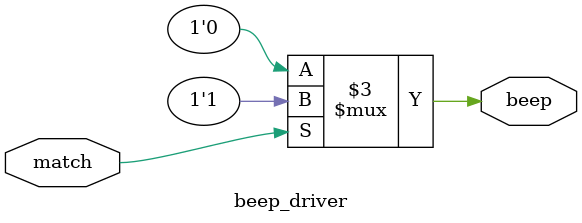
<source format=v>
module beep_driver(
    input match,
    output reg beep // 蜂鸣器输出
);

    always @(*) begin
        if (match) 
            beep = 1; // 密码匹配，蜂鸣器响
        else
            beep = 0; // 密码不匹配，蜂鸣器不响
    end
endmodule
</source>
